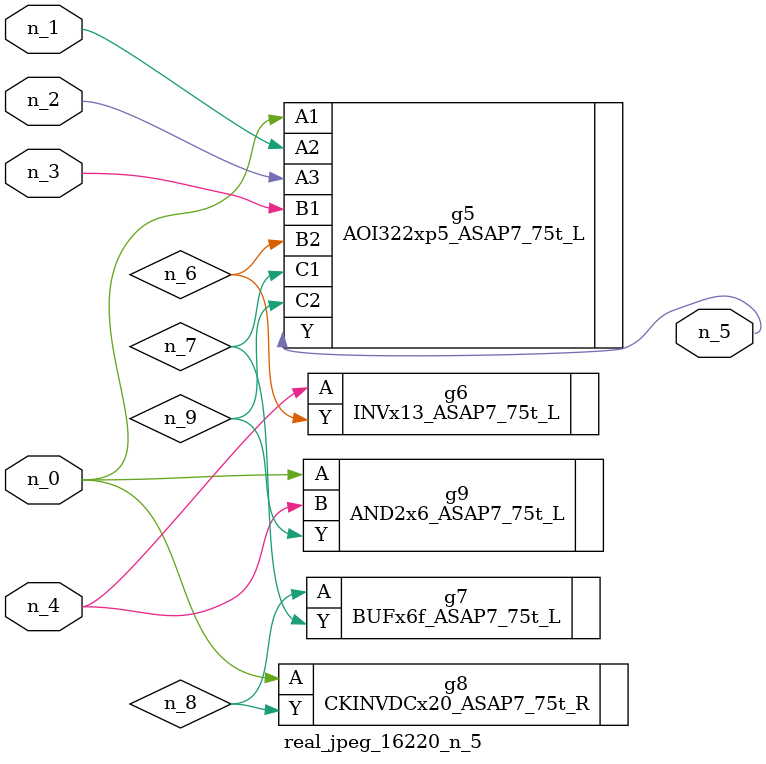
<source format=v>
module real_jpeg_16220_n_5 (n_4, n_0, n_1, n_2, n_3, n_5);

input n_4;
input n_0;
input n_1;
input n_2;
input n_3;

output n_5;

wire n_8;
wire n_6;
wire n_7;
wire n_9;

AOI322xp5_ASAP7_75t_L g5 ( 
.A1(n_0),
.A2(n_1),
.A3(n_2),
.B1(n_3),
.B2(n_6),
.C1(n_7),
.C2(n_9),
.Y(n_5)
);

CKINVDCx20_ASAP7_75t_R g8 ( 
.A(n_0),
.Y(n_8)
);

AND2x6_ASAP7_75t_L g9 ( 
.A(n_0),
.B(n_4),
.Y(n_9)
);

INVx13_ASAP7_75t_L g6 ( 
.A(n_4),
.Y(n_6)
);

BUFx6f_ASAP7_75t_L g7 ( 
.A(n_8),
.Y(n_7)
);


endmodule
</source>
